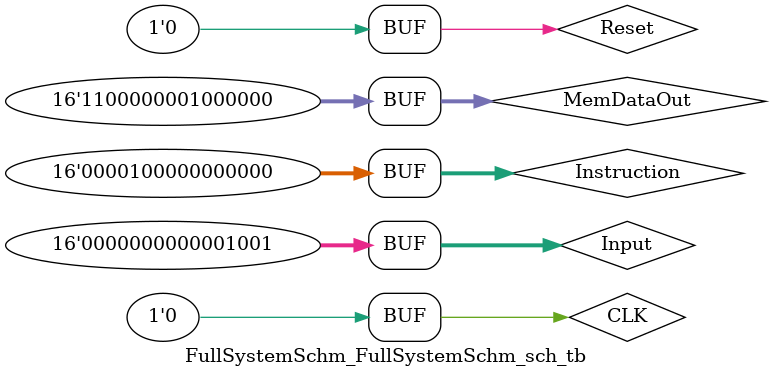
<source format=v>

`timescale 1ns / 1ps

module FullSystemSchm_FullSystemSchm_sch_tb();

// Inputs
   reg CLK;
   reg Reset;
   reg [15:0] Instruction;
   reg [15:0] MemDataOut;
	reg [15:0] Input;

// Output
   wire [15:0] IorDOutput;

// Bidirs

// Instantiate the UUT
   FullSystemSchm UUT (
		.CLK(CLK), 
		.Reset(Reset), 
		.Instruction(Instruction), 
		.MemDataOut(MemDataOut), 
		.IorDOutput(IorDOutput),
		.Input(Input)
   );
		initial begin
		// Initialize Inputs
		CLK = 0;
		Reset = 1;
		Instruction = 16'b0101100000001111; //addi 15
		MemDataOut = 16'b0101100000001111;
		Input = 9;
		#100;
		
		//START ADDI 15
		CLK = 1; //reset
		#100;
		CLK = 0;
		Reset = 0;
		#100;
		
		CLK = 1; //fetch
		#100;
		CLK = 0;
		#100;
		
		CLK = 1; //decode
		#100;
		CLK = 0;
		#100;
		
		CLK = 1; //CROp
		#100;
		CLK = 0;
		#100;
		
		CLK = 1; //Write2CR
		#100;
		CLK = 0; //set instruction for next cycle
		Instruction = 16'b0001000000000111; //setc $t1
		MemDataOut = 16'b0001000000000111;
		#100;
		
		//START SETC $T1
		CLK = 1; //fetch
		#100;
		CLK = 0;
		#100;
		
		CLK = 1; //decode
		#100;
		CLK = 0;
		#100;
		
		CLK = 1; //SetC
		#100;
		CLK = 0;
		#100;
		
		CLK = 1; //WritetoRegFile
		#100;
		CLK = 0;
		Instruction = 16'b0101100000000101; //addi 5
		MemDataOut = 16'b0101100000000101;
		#100;
		
		//START ADDI 5
		CLK = 1; //reset
		#100;
		CLK = 0;
		Reset = 0;
		#100;
		
		CLK = 1; //fetch
		#100;
		CLK = 0;
		#100;
		
		CLK = 1; //decode
		#100;
		CLK = 0;
		#100;
		
		CLK = 1; //CROp
		#100;
		CLK = 0;
		#100;
		
		CLK = 1; //Write2CR
		#100;
		CLK = 0; //set instruction for next cycle
		Instruction = 16'b0000000000000010; //mov 2
		MemDataOut = 16'b0000000000000010;
		#100;
		
		//START MOV 2	
		CLK = 1; //fetch
		#100;
		CLK = 0;
		#100;
		
		CLK = 1; //decode
		#100;
		CLK = 0;
		#100;
		
		CLK = 1; //Mov
		#100;
		CLK = 0;
		Instruction = 16'b0000100000000111; //set $t1
		MemDataOut = 16'b0000100000000111;
		#100;
		
		//START SET $T1
		CLK = 1; //fetch
		#100;
		CLK = 0;
		#100;
		
		CLK = 1; //decode
		#100;
		CLK = 0;
		#100;
		
		CLK = 1; //Set
		#100;
		CLK = 0;
		#100;
		
		CLK = 1; //WritetoCR
		#100;
		CLK = 0;
		Instruction = 16'b0101000000000111; //add $t1
		MemDataOut = 16'b0101000000000111;
		#100;
		
		//START ADD $T1
		CLK = 1; //fetch
		#100;
		CLK = 0;
		#100;
		
		CLK = 1; //decode
		#100;
		CLK = 0;
		#100;
		
		CLK = 1; //CROp
		#100;
		CLK = 0;
		#100;
		
		CLK = 1; //WritetoCR
		#100;
		CLK = 0;
		Instruction = 16'b0100100000000111; //sub $t1
		MemDataOut = 16'b0100100000000111;
		#100;
		
		//START SUB $T1
		CLK = 1; //fetch
		#100;
		CLK = 0;
		#100;
		
		CLK = 1; //decode
		#100;
		CLK = 0;
		#100;
		
		CLK = 1; //CROp
		#100;
		CLK = 0;
		#100;
		
		CLK = 1; //WritetoCR
		#100;
		CLK = 0;
		Instruction = 16'b0111100000000010; //sll 2
		MemDataOut = 16'b0111100000000010;
		#100;
		
		//START SLL 2
		CLK = 1; //fetch
		#100;
		CLK = 0;
		#100;
		
		CLK = 1; //decode
		#100;
		CLK = 0;
		#100;
		
		CLK = 1; //CROp
		#100;
		CLK = 0;
		#100;
		
		CLK = 1; //WritetoCR
		#100;
		CLK = 0;
		Instruction = 16'b0010100000000010; //SetPC 2
		MemDataOut = 16'b0010100000000010;
		#100;
		
		//START SetPC 2
		CLK = 1; //fetch
		#100;
		CLK = 0;
		#100;
		
		CLK = 1; //decode
		#100;
		CLK = 0;
		#100;
		
		CLK = 1; //SetPC
		#100;
		CLK = 0;
		#100;
		
		CLK = 1; //WritetoCR
		#100;
		CLK = 0;
		Instruction = 16'b1000000000100000; //Jump 32
		MemDataOut = 16'b1000000000100000;
		#100;
		
		//START Jump 32
		CLK = 1; //fetch
		#100;
		CLK = 0;
		#100;
		
		CLK = 1; //decode
		#100;
		CLK = 0;
		#100;
		
		CLK = 1; //Jump
		#100;
		CLK = 0;
		Instruction = 16'b1100000001000000; //Beq 64
		MemDataOut = 16'b1100000001000000;
		#100;
		
		//START BEQ W/ !0
		CLK = 1; //fetch
		#100;
		CLK = 0;
		#100;
		
		CLK = 1; //decode
		#100;
		CLK = 0;
		#100;
		
		CLK = 1; //Branch
		#100;
		CLK = 0;
		#100;
		
		CLK = 1; //Beq
		#100;
		CLK = 0;
		Instruction = 16'b1110000010000000; //bne 128
		Instruction = 16'b1110000010000000;
		#100;
		
		//START BNE W/ !0
		CLK = 1; //fetch
		#100;
		CLK = 0;
		#100;
		
		CLK = 1; //decode
		#100;
		CLK = 0;
		#100;
		
		CLK = 1; //Branch
		#100;
		CLK = 0;
		#100;
		
		CLK = 1; //Bne
		#100;
		CLK = 0;
		#100;
		
		CLK = 1; //Branch taken
		#100;
		CLK = 0;
		Instruction = 16'b0000100000000000; //set $0
		Instruction = 16'b0000100000000000;
		#100;
		

	end
		
endmodule

</source>
